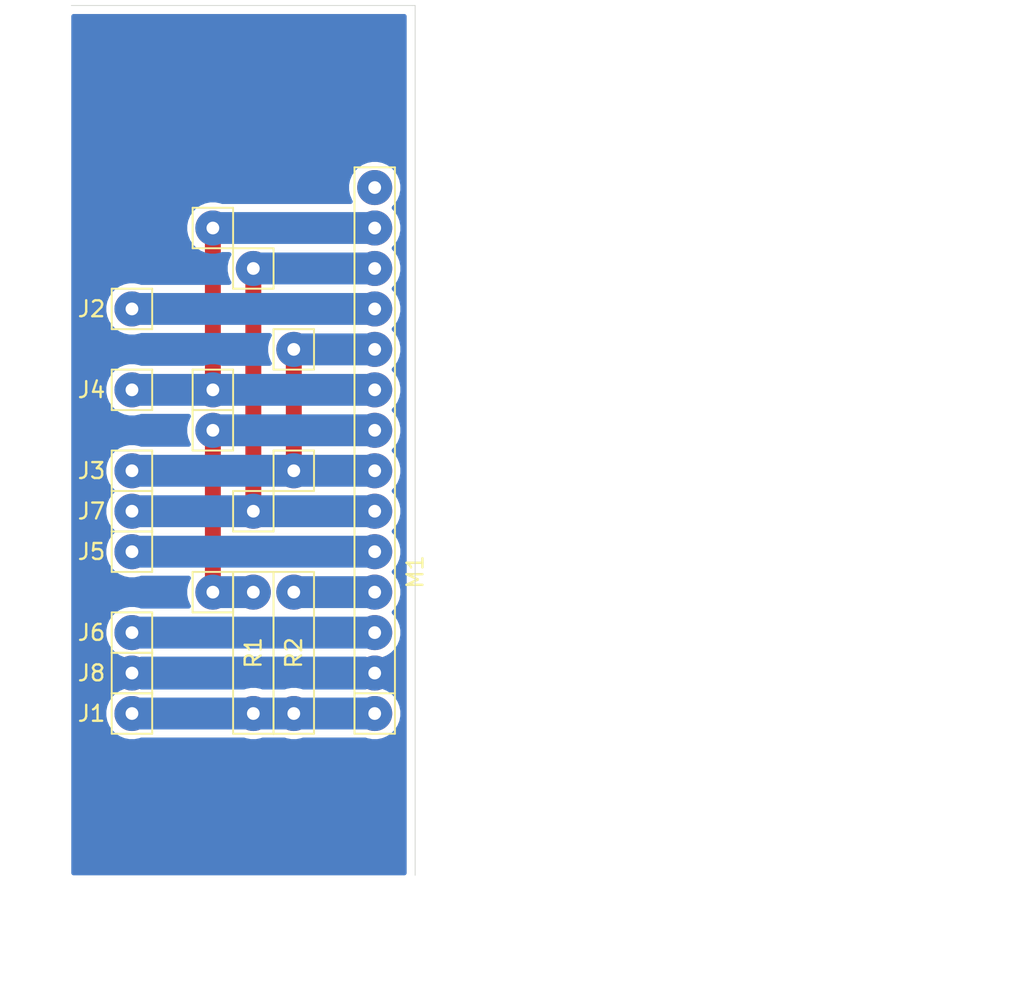
<source format=kicad_pcb>
(kicad_pcb (version 20171130) (host pcbnew "(5.1.6)-1")

  (general
    (thickness 1.6)
    (drawings 13)
    (tracks 17)
    (zones 0)
    (modules 19)
    (nets 12)
  )

  (page A4)
  (layers
    (0 F.Cu signal)
    (31 B.Cu signal)
    (32 B.Adhes user)
    (33 F.Adhes user)
    (34 B.Paste user)
    (35 F.Paste user)
    (36 B.SilkS user)
    (37 F.SilkS user)
    (38 B.Mask user)
    (39 F.Mask user)
    (40 Dwgs.User user)
    (41 Cmts.User user)
    (42 Eco1.User user)
    (43 Eco2.User user)
    (44 Edge.Cuts user)
    (45 Margin user)
    (46 B.CrtYd user)
    (47 F.CrtYd user)
    (48 B.Fab user)
    (49 F.Fab user)
  )

  (setup
    (last_trace_width 1)
    (user_trace_width 1)
    (user_trace_width 2)
    (trace_clearance 0.2)
    (zone_clearance 0.508)
    (zone_45_only no)
    (trace_min 0.2)
    (via_size 0.8)
    (via_drill 0.4)
    (via_min_size 0.4)
    (via_min_drill 0.3)
    (uvia_size 0.3)
    (uvia_drill 0.1)
    (uvias_allowed no)
    (uvia_min_size 0.2)
    (uvia_min_drill 0.1)
    (edge_width 0.05)
    (segment_width 0.2)
    (pcb_text_width 0.3)
    (pcb_text_size 1.5 1.5)
    (mod_edge_width 0.12)
    (mod_text_size 1 1)
    (mod_text_width 0.15)
    (pad_size 1.524 1.524)
    (pad_drill 0.762)
    (pad_to_mask_clearance 0.05)
    (aux_axis_origin 0 0)
    (visible_elements FFFFFF7F)
    (pcbplotparams
      (layerselection 0x01040_fffffffe)
      (usegerberextensions false)
      (usegerberattributes true)
      (usegerberadvancedattributes true)
      (creategerberjobfile true)
      (excludeedgelayer true)
      (linewidth 0.100000)
      (plotframeref false)
      (viasonmask false)
      (mode 1)
      (useauxorigin false)
      (hpglpennumber 1)
      (hpglpenspeed 20)
      (hpglpendiameter 15.000000)
      (psnegative false)
      (psa4output false)
      (plotreference true)
      (plotvalue true)
      (plotinvisibletext false)
      (padsonsilk false)
      (subtractmaskfromsilk false)
      (outputformat 1)
      (mirror false)
      (drillshape 0)
      (scaleselection 1)
      (outputdirectory "plot/"))
  )

  (net 0 "")
  (net 1 "Net-(J1-Pad1)")
  (net 2 "Net-(M1-Pad4)")
  (net 3 "Net-(M1-Pad8)")
  (net 4 "Net-(M1-Pad14)")
  (net 5 "Net-(J2-Pad1)")
  (net 6 "Net-(J3-Pad1)")
  (net 7 "Net-(J4-Pad1)")
  (net 8 "Net-(J5-Pad1)")
  (net 9 "Net-(J6-Pad1)")
  (net 10 "Net-(J7-Pad1)")
  (net 11 "Net-(J8-Pad1)")

  (net_class Default "This is the default net class."
    (clearance 0.2)
    (trace_width 0.25)
    (via_dia 0.8)
    (via_drill 0.4)
    (uvia_dia 0.3)
    (uvia_drill 0.1)
    (add_net "Net-(J1-Pad1)")
    (add_net "Net-(J2-Pad1)")
    (add_net "Net-(J3-Pad1)")
    (add_net "Net-(J4-Pad1)")
    (add_net "Net-(J5-Pad1)")
    (add_net "Net-(J6-Pad1)")
    (add_net "Net-(J7-Pad1)")
    (add_net "Net-(J8-Pad1)")
    (add_net "Net-(M1-Pad14)")
    (add_net "Net-(M1-Pad4)")
    (add_net "Net-(M1-Pad8)")
  )

  (module cnc3018-PCB:myResistor (layer F.Cu) (tedit 612D2591) (tstamp 61477EA8)
    (at 11.43 -10.16 90)
    (path /6149A29E)
    (fp_text reference R1 (at 3.81 0 90) (layer F.SilkS)
      (effects (font (size 1 1) (thickness 0.15)))
    )
    (fp_text value 100 (at 3.81 -2.54 90) (layer F.Fab)
      (effects (font (size 1 1) (thickness 0.15)))
    )
    (fp_line (start -1.27 1.27) (end 8.89 1.27) (layer F.SilkS) (width 0.12))
    (fp_line (start -1.27 -1.27) (end -1.27 1.27) (layer F.SilkS) (width 0.12))
    (fp_line (start 8.89 -1.27) (end -1.27 -1.27) (layer F.SilkS) (width 0.12))
    (fp_line (start 8.89 -1.27) (end 8.89 1.27) (layer F.SilkS) (width 0.12))
    (pad 2 thru_hole circle (at 7.62 0 90) (size 2.2 2.2) (drill 0.8) (layers *.Cu *.Mask)
      (net 3 "Net-(M1-Pad8)"))
    (pad 1 thru_hole circle (at 0 0 90) (size 2.2 2.2) (drill 0.8) (layers *.Cu *.Mask)
      (net 1 "Net-(J1-Pad1)"))
  )

  (module cnc3018-PCB:myResistor (layer F.Cu) (tedit 612D2591) (tstamp 61477EB2)
    (at 13.97 -10.16 90)
    (path /6148DFD0)
    (fp_text reference R2 (at 3.81 0 90) (layer F.SilkS)
      (effects (font (size 1 1) (thickness 0.15)))
    )
    (fp_text value 10K (at 3.81 -2.54 90) (layer F.Fab)
      (effects (font (size 1 1) (thickness 0.15)))
    )
    (fp_line (start 8.89 -1.27) (end 8.89 1.27) (layer F.SilkS) (width 0.12))
    (fp_line (start 8.89 -1.27) (end -1.27 -1.27) (layer F.SilkS) (width 0.12))
    (fp_line (start -1.27 -1.27) (end -1.27 1.27) (layer F.SilkS) (width 0.12))
    (fp_line (start -1.27 1.27) (end 8.89 1.27) (layer F.SilkS) (width 0.12))
    (pad 1 thru_hole circle (at 0 0 90) (size 2.2 2.2) (drill 0.8) (layers *.Cu *.Mask)
      (net 1 "Net-(J1-Pad1)"))
    (pad 2 thru_hole circle (at 7.62 0 90) (size 2.2 2.2) (drill 0.8) (layers *.Cu *.Mask)
      (net 2 "Net-(M1-Pad4)"))
  )

  (module cnc3018-PCB:my14Pin (layer F.Cu) (tedit 61477D63) (tstamp 6147803F)
    (at 19.05 -17.78 90)
    (path /6147A123)
    (fp_text reference M1 (at 1.27 2.54 90) (layer F.SilkS)
      (effects (font (size 1 1) (thickness 0.15)))
    )
    (fp_text value TFT_ILI9341 (at -12.7 0 180) (layer F.Fab)
      (effects (font (size 1 1) (thickness 0.15)))
    )
    (fp_line (start 26.67 1.27) (end 11.43 1.27) (layer F.SilkS) (width 0.12))
    (fp_line (start 26.67 -1.27) (end 26.67 1.27) (layer F.SilkS) (width 0.12))
    (fp_line (start 11.43 -1.27) (end 26.67 -1.27) (layer F.SilkS) (width 0.12))
    (fp_line (start -6.35 -1.27) (end -6.35 1.27) (layer F.SilkS) (width 0.12))
    (fp_line (start -8.89 -1.27) (end -6.35 -1.27) (layer F.SilkS) (width 0.12))
    (fp_line (start 3.81 -1.27) (end -8.89 -1.27) (layer F.SilkS) (width 0.12))
    (fp_line (start -8.89 1.27) (end 3.81 1.27) (layer F.SilkS) (width 0.12))
    (fp_line (start -8.89 -1.27) (end -8.89 1.27) (layer F.SilkS) (width 0.12))
    (fp_line (start 3.81 -1.27) (end 11.43 -1.27) (layer F.SilkS) (width 0.12))
    (fp_line (start 11.43 1.27) (end 3.81 1.27) (layer F.SilkS) (width 0.12))
    (pad 1 thru_hole circle (at -7.62 0 90) (size 2.2 2.2) (drill 0.8) (layers *.Cu *.Mask)
      (net 1 "Net-(J1-Pad1)"))
    (pad 2 thru_hole circle (at -5.08 0 90) (size 2.2 2.2) (drill 0.8) (layers *.Cu *.Mask)
      (net 11 "Net-(J8-Pad1)"))
    (pad 3 thru_hole circle (at -2.54 0 90) (size 2.2 2.2) (drill 0.8) (layers *.Cu *.Mask)
      (net 9 "Net-(J6-Pad1)"))
    (pad 4 thru_hole circle (at 0 0 90) (size 2.2 2.2) (drill 0.8) (layers *.Cu *.Mask)
      (net 2 "Net-(M1-Pad4)"))
    (pad 5 thru_hole circle (at 2.54 0 90) (size 2.2 2.2) (drill 0.8) (layers *.Cu *.Mask)
      (net 8 "Net-(J5-Pad1)"))
    (pad 6 thru_hole circle (at 5.08 0 90) (size 2.2 2.2) (drill 0.8) (layers *.Cu *.Mask)
      (net 10 "Net-(J7-Pad1)"))
    (pad 7 thru_hole circle (at 7.62 0 90) (size 2.2 2.2) (drill 0.8) (layers *.Cu *.Mask)
      (net 6 "Net-(J3-Pad1)"))
    (pad 8 thru_hole circle (at 10.16 0 90) (size 2.2 2.2) (drill 0.8) (layers *.Cu *.Mask)
      (net 3 "Net-(M1-Pad8)"))
    (pad 9 thru_hole circle (at 12.7 0 90) (size 2.2 2.2) (drill 0.8) (layers *.Cu *.Mask)
      (net 7 "Net-(J4-Pad1)"))
    (pad 10 thru_hole circle (at 15.24 0 90) (size 2.2 2.2) (drill 0.8) (layers *.Cu *.Mask)
      (net 6 "Net-(J3-Pad1)"))
    (pad 11 thru_hole circle (at 17.78 0 90) (size 2.2 2.2) (drill 0.8) (layers *.Cu *.Mask)
      (net 5 "Net-(J2-Pad1)"))
    (pad 12 thru_hole circle (at 20.32 0 90) (size 2.2 2.2) (drill 0.8) (layers *.Cu *.Mask)
      (net 10 "Net-(J7-Pad1)"))
    (pad 13 thru_hole circle (at 22.86 0 90) (size 2.2 2.2) (drill 0.8) (layers *.Cu *.Mask)
      (net 7 "Net-(J4-Pad1)"))
    (pad 14 thru_hole circle (at 25.4 0 90) (size 2.2 2.2) (drill 0.8) (layers *.Cu *.Mask)
      (net 4 "Net-(M1-Pad14)"))
  )

  (module cnc3018-PCB:my1pin (layer F.Cu) (tedit 612C312C) (tstamp 61478490)
    (at 3.81 -10.16 180)
    (path /6147C8F0)
    (fp_text reference J1 (at 2.54 0) (layer F.SilkS)
      (effects (font (size 1 1) (thickness 0.15)))
    )
    (fp_text value 5V (at 6.35 0) (layer F.Fab)
      (effects (font (size 1 1) (thickness 0.15)))
    )
    (fp_line (start 1.27 1.27) (end 1.27 -1.27) (layer F.SilkS) (width 0.12))
    (fp_line (start -1.27 1.27) (end 1.27 1.27) (layer F.SilkS) (width 0.12))
    (fp_line (start -1.27 -1.27) (end -1.27 1.27) (layer F.SilkS) (width 0.12))
    (fp_line (start -1.27 -1.27) (end 1.27 -1.27) (layer F.SilkS) (width 0.12))
    (pad 1 thru_hole circle (at 0 0 180) (size 2.2 2.2) (drill 0.8) (layers *.Cu *.Mask)
      (net 1 "Net-(J1-Pad1)"))
  )

  (module cnc3018-PCB:my1pin (layer F.Cu) (tedit 612C312C) (tstamp 61478499)
    (at 3.81 -35.56 180)
    (path /6147DA28)
    (fp_text reference J2 (at 2.54 0) (layer F.SilkS)
      (effects (font (size 1 1) (thickness 0.15)))
    )
    (fp_text value T_CS (at 6.35 0) (layer F.Fab)
      (effects (font (size 1 1) (thickness 0.15)))
    )
    (fp_line (start -1.27 -1.27) (end 1.27 -1.27) (layer F.SilkS) (width 0.12))
    (fp_line (start -1.27 -1.27) (end -1.27 1.27) (layer F.SilkS) (width 0.12))
    (fp_line (start -1.27 1.27) (end 1.27 1.27) (layer F.SilkS) (width 0.12))
    (fp_line (start 1.27 1.27) (end 1.27 -1.27) (layer F.SilkS) (width 0.12))
    (pad 1 thru_hole circle (at 0 0 180) (size 2.2 2.2) (drill 0.8) (layers *.Cu *.Mask)
      (net 5 "Net-(J2-Pad1)"))
  )

  (module cnc3018-PCB:my1pin (layer F.Cu) (tedit 612C312C) (tstamp 614784A2)
    (at 3.81 -25.4 180)
    (path /6147E475)
    (fp_text reference J3 (at 2.54 0) (layer F.SilkS)
      (effects (font (size 1 1) (thickness 0.15)))
    )
    (fp_text value CLK (at 6.35 0) (layer F.Fab)
      (effects (font (size 1 1) (thickness 0.15)))
    )
    (fp_line (start 1.27 1.27) (end 1.27 -1.27) (layer F.SilkS) (width 0.12))
    (fp_line (start -1.27 1.27) (end 1.27 1.27) (layer F.SilkS) (width 0.12))
    (fp_line (start -1.27 -1.27) (end -1.27 1.27) (layer F.SilkS) (width 0.12))
    (fp_line (start -1.27 -1.27) (end 1.27 -1.27) (layer F.SilkS) (width 0.12))
    (pad 1 thru_hole circle (at 0 0 180) (size 2.2 2.2) (drill 0.8) (layers *.Cu *.Mask)
      (net 6 "Net-(J3-Pad1)"))
  )

  (module cnc3018-PCB:my1pin (layer F.Cu) (tedit 612C312C) (tstamp 614784AB)
    (at 3.81 -30.48 180)
    (path /6147F1E3)
    (fp_text reference J4 (at 2.54 0) (layer F.SilkS)
      (effects (font (size 1 1) (thickness 0.15)))
    )
    (fp_text value MISO (at 6.35 0) (layer F.Fab)
      (effects (font (size 1 1) (thickness 0.15)))
    )
    (fp_line (start -1.27 -1.27) (end 1.27 -1.27) (layer F.SilkS) (width 0.12))
    (fp_line (start -1.27 -1.27) (end -1.27 1.27) (layer F.SilkS) (width 0.12))
    (fp_line (start -1.27 1.27) (end 1.27 1.27) (layer F.SilkS) (width 0.12))
    (fp_line (start 1.27 1.27) (end 1.27 -1.27) (layer F.SilkS) (width 0.12))
    (pad 1 thru_hole circle (at 0 0 180) (size 2.2 2.2) (drill 0.8) (layers *.Cu *.Mask)
      (net 7 "Net-(J4-Pad1)"))
  )

  (module cnc3018-PCB:my1pin (layer F.Cu) (tedit 612C312C) (tstamp 614784B4)
    (at 3.81 -20.32 180)
    (path /6147FDC6)
    (fp_text reference J5 (at 2.54 0) (layer F.SilkS)
      (effects (font (size 1 1) (thickness 0.15)))
    )
    (fp_text value DC (at 6.35 0) (layer F.Fab)
      (effects (font (size 1 1) (thickness 0.15)))
    )
    (fp_line (start 1.27 1.27) (end 1.27 -1.27) (layer F.SilkS) (width 0.12))
    (fp_line (start -1.27 1.27) (end 1.27 1.27) (layer F.SilkS) (width 0.12))
    (fp_line (start -1.27 -1.27) (end -1.27 1.27) (layer F.SilkS) (width 0.12))
    (fp_line (start -1.27 -1.27) (end 1.27 -1.27) (layer F.SilkS) (width 0.12))
    (pad 1 thru_hole circle (at 0 0 180) (size 2.2 2.2) (drill 0.8) (layers *.Cu *.Mask)
      (net 8 "Net-(J5-Pad1)"))
  )

  (module cnc3018-PCB:my1pin (layer F.Cu) (tedit 612C312C) (tstamp 614784BD)
    (at 3.81 -15.24 180)
    (path /61480747)
    (fp_text reference J6 (at 2.54 0) (layer F.SilkS)
      (effects (font (size 1 1) (thickness 0.15)))
    )
    (fp_text value CS (at 6.35 0) (layer F.Fab)
      (effects (font (size 1 1) (thickness 0.15)))
    )
    (fp_line (start -1.27 -1.27) (end 1.27 -1.27) (layer F.SilkS) (width 0.12))
    (fp_line (start -1.27 -1.27) (end -1.27 1.27) (layer F.SilkS) (width 0.12))
    (fp_line (start -1.27 1.27) (end 1.27 1.27) (layer F.SilkS) (width 0.12))
    (fp_line (start 1.27 1.27) (end 1.27 -1.27) (layer F.SilkS) (width 0.12))
    (pad 1 thru_hole circle (at 0 0 180) (size 2.2 2.2) (drill 0.8) (layers *.Cu *.Mask)
      (net 9 "Net-(J6-Pad1)"))
  )

  (module cnc3018-PCB:my1pin (layer F.Cu) (tedit 612C312C) (tstamp 614784C6)
    (at 3.81 -22.86 180)
    (path /6148260B)
    (fp_text reference J7 (at 2.54 0) (layer F.SilkS)
      (effects (font (size 1 1) (thickness 0.15)))
    )
    (fp_text value MOSI (at 6.35 0) (layer F.Fab)
      (effects (font (size 1 1) (thickness 0.15)))
    )
    (fp_line (start 1.27 1.27) (end 1.27 -1.27) (layer F.SilkS) (width 0.12))
    (fp_line (start -1.27 1.27) (end 1.27 1.27) (layer F.SilkS) (width 0.12))
    (fp_line (start -1.27 -1.27) (end -1.27 1.27) (layer F.SilkS) (width 0.12))
    (fp_line (start -1.27 -1.27) (end 1.27 -1.27) (layer F.SilkS) (width 0.12))
    (pad 1 thru_hole circle (at 0 0 180) (size 2.2 2.2) (drill 0.8) (layers *.Cu *.Mask)
      (net 10 "Net-(J7-Pad1)"))
  )

  (module cnc3018-PCB:my1pin (layer F.Cu) (tedit 612C312C) (tstamp 614784CF)
    (at 3.81 -12.7 180)
    (path /6148308A)
    (fp_text reference J8 (at 2.54 0) (layer F.SilkS)
      (effects (font (size 1 1) (thickness 0.15)))
    )
    (fp_text value GND (at 6.35 0) (layer F.Fab)
      (effects (font (size 1 1) (thickness 0.15)))
    )
    (fp_line (start -1.27 -1.27) (end 1.27 -1.27) (layer F.SilkS) (width 0.12))
    (fp_line (start -1.27 -1.27) (end -1.27 1.27) (layer F.SilkS) (width 0.12))
    (fp_line (start -1.27 1.27) (end 1.27 1.27) (layer F.SilkS) (width 0.12))
    (fp_line (start 1.27 1.27) (end 1.27 -1.27) (layer F.SilkS) (width 0.12))
    (pad 1 thru_hole circle (at 0 0 180) (size 2.2 2.2) (drill 0.8) (layers *.Cu *.Mask)
      (net 11 "Net-(J8-Pad1)"))
  )

  (module cnc3018-PCB:my1pin (layer F.Cu) (tedit 612C312C) (tstamp 6147896A)
    (at 8.89 -27.94)
    (path /614948AC)
    (fp_text reference V1 (at 0 2.54) (layer F.SilkS) hide
      (effects (font (size 1 1) (thickness 0.15)))
    )
    (fp_text value Conn_01x01 (at 0 -2.54) (layer F.Fab) hide
      (effects (font (size 1 1) (thickness 0.15)))
    )
    (fp_line (start -1.27 -1.27) (end 1.27 -1.27) (layer F.SilkS) (width 0.12))
    (fp_line (start -1.27 -1.27) (end -1.27 1.27) (layer F.SilkS) (width 0.12))
    (fp_line (start -1.27 1.27) (end 1.27 1.27) (layer F.SilkS) (width 0.12))
    (fp_line (start 1.27 1.27) (end 1.27 -1.27) (layer F.SilkS) (width 0.12))
    (pad 1 thru_hole circle (at 0 0) (size 2.2 2.2) (drill 0.8) (layers *.Cu *.Mask)
      (net 3 "Net-(M1-Pad8)"))
  )

  (module cnc3018-PCB:my1pin (layer F.Cu) (tedit 612C312C) (tstamp 61478973)
    (at 8.89 -17.78)
    (path /614953E0)
    (fp_text reference V2 (at 0 2.54) (layer F.SilkS) hide
      (effects (font (size 1 1) (thickness 0.15)))
    )
    (fp_text value Conn_01x01 (at 0 -2.54) (layer F.Fab) hide
      (effects (font (size 1 1) (thickness 0.15)))
    )
    (fp_line (start 1.27 1.27) (end 1.27 -1.27) (layer F.SilkS) (width 0.12))
    (fp_line (start -1.27 1.27) (end 1.27 1.27) (layer F.SilkS) (width 0.12))
    (fp_line (start -1.27 -1.27) (end -1.27 1.27) (layer F.SilkS) (width 0.12))
    (fp_line (start -1.27 -1.27) (end 1.27 -1.27) (layer F.SilkS) (width 0.12))
    (pad 1 thru_hole circle (at 0 0) (size 2.2 2.2) (drill 0.8) (layers *.Cu *.Mask)
      (net 3 "Net-(M1-Pad8)"))
  )

  (module cnc3018-PCB:my1pin (layer F.Cu) (tedit 612C312C) (tstamp 6147897C)
    (at 13.97 -33.02)
    (path /6149312E)
    (fp_text reference V3 (at 0 2.54) (layer F.SilkS) hide
      (effects (font (size 1 1) (thickness 0.15)))
    )
    (fp_text value Conn_01x01 (at 0 -2.54) (layer F.Fab) hide
      (effects (font (size 1 1) (thickness 0.15)))
    )
    (fp_line (start -1.27 -1.27) (end 1.27 -1.27) (layer F.SilkS) (width 0.12))
    (fp_line (start -1.27 -1.27) (end -1.27 1.27) (layer F.SilkS) (width 0.12))
    (fp_line (start -1.27 1.27) (end 1.27 1.27) (layer F.SilkS) (width 0.12))
    (fp_line (start 1.27 1.27) (end 1.27 -1.27) (layer F.SilkS) (width 0.12))
    (pad 1 thru_hole circle (at 0 0) (size 2.2 2.2) (drill 0.8) (layers *.Cu *.Mask)
      (net 6 "Net-(J3-Pad1)"))
  )

  (module cnc3018-PCB:my1pin (layer F.Cu) (tedit 612C312C) (tstamp 61478985)
    (at 13.97 -25.4)
    (path /61493B84)
    (fp_text reference V5 (at 0 2.54) (layer F.SilkS) hide
      (effects (font (size 1 1) (thickness 0.15)))
    )
    (fp_text value Conn_01x01 (at 0 -2.54) (layer F.Fab) hide
      (effects (font (size 1 1) (thickness 0.15)))
    )
    (fp_line (start 1.27 1.27) (end 1.27 -1.27) (layer F.SilkS) (width 0.12))
    (fp_line (start -1.27 1.27) (end 1.27 1.27) (layer F.SilkS) (width 0.12))
    (fp_line (start -1.27 -1.27) (end -1.27 1.27) (layer F.SilkS) (width 0.12))
    (fp_line (start -1.27 -1.27) (end 1.27 -1.27) (layer F.SilkS) (width 0.12))
    (pad 1 thru_hole circle (at 0 0) (size 2.2 2.2) (drill 0.8) (layers *.Cu *.Mask)
      (net 6 "Net-(J3-Pad1)"))
  )

  (module cnc3018-PCB:my1pin (layer F.Cu) (tedit 612C312C) (tstamp 6147898E)
    (at 8.89 -30.48)
    (path /61491E38)
    (fp_text reference V6 (at 0 2.54) (layer F.SilkS) hide
      (effects (font (size 1 1) (thickness 0.15)))
    )
    (fp_text value Conn_01x01 (at 0 -2.54) (layer F.Fab) hide
      (effects (font (size 1 1) (thickness 0.15)))
    )
    (fp_line (start -1.27 -1.27) (end 1.27 -1.27) (layer F.SilkS) (width 0.12))
    (fp_line (start -1.27 -1.27) (end -1.27 1.27) (layer F.SilkS) (width 0.12))
    (fp_line (start -1.27 1.27) (end 1.27 1.27) (layer F.SilkS) (width 0.12))
    (fp_line (start 1.27 1.27) (end 1.27 -1.27) (layer F.SilkS) (width 0.12))
    (pad 1 thru_hole circle (at 0 0) (size 2.2 2.2) (drill 0.8) (layers *.Cu *.Mask)
      (net 7 "Net-(J4-Pad1)"))
  )

  (module cnc3018-PCB:my1pin (layer F.Cu) (tedit 612C312C) (tstamp 61478997)
    (at 11.43 -22.86)
    (path /614909A3)
    (fp_text reference V7 (at 0 2.54) (layer F.SilkS) hide
      (effects (font (size 1 1) (thickness 0.15)))
    )
    (fp_text value Conn_01x01 (at 0 -2.54) (layer F.Fab) hide
      (effects (font (size 1 1) (thickness 0.15)))
    )
    (fp_line (start -1.27 -1.27) (end 1.27 -1.27) (layer F.SilkS) (width 0.12))
    (fp_line (start -1.27 -1.27) (end -1.27 1.27) (layer F.SilkS) (width 0.12))
    (fp_line (start -1.27 1.27) (end 1.27 1.27) (layer F.SilkS) (width 0.12))
    (fp_line (start 1.27 1.27) (end 1.27 -1.27) (layer F.SilkS) (width 0.12))
    (pad 1 thru_hole circle (at 0 0) (size 2.2 2.2) (drill 0.8) (layers *.Cu *.Mask)
      (net 10 "Net-(J7-Pad1)"))
  )

  (module cnc3018-PCB:my1pin (layer F.Cu) (tedit 612C312C) (tstamp 614789A0)
    (at 8.89 -40.64)
    (path /61492738)
    (fp_text reference V8 (at 0 2.54) (layer F.SilkS) hide
      (effects (font (size 1 1) (thickness 0.15)))
    )
    (fp_text value Conn_01x01 (at 0 -2.54) (layer F.Fab) hide
      (effects (font (size 1 1) (thickness 0.15)))
    )
    (fp_line (start 1.27 1.27) (end 1.27 -1.27) (layer F.SilkS) (width 0.12))
    (fp_line (start -1.27 1.27) (end 1.27 1.27) (layer F.SilkS) (width 0.12))
    (fp_line (start -1.27 -1.27) (end -1.27 1.27) (layer F.SilkS) (width 0.12))
    (fp_line (start -1.27 -1.27) (end 1.27 -1.27) (layer F.SilkS) (width 0.12))
    (pad 1 thru_hole circle (at 0 0) (size 2.2 2.2) (drill 0.8) (layers *.Cu *.Mask)
      (net 7 "Net-(J4-Pad1)"))
  )

  (module cnc3018-PCB:my1pin (layer F.Cu) (tedit 612C312C) (tstamp 614789A9)
    (at 11.43 -38.1)
    (path /614913A4)
    (fp_text reference V9 (at 0 2.54) (layer F.SilkS) hide
      (effects (font (size 1 1) (thickness 0.15)))
    )
    (fp_text value Conn_01x01 (at 0 -2.54) (layer F.Fab) hide
      (effects (font (size 1 1) (thickness 0.15)))
    )
    (fp_line (start 1.27 1.27) (end 1.27 -1.27) (layer F.SilkS) (width 0.12))
    (fp_line (start -1.27 1.27) (end 1.27 1.27) (layer F.SilkS) (width 0.12))
    (fp_line (start -1.27 -1.27) (end -1.27 1.27) (layer F.SilkS) (width 0.12))
    (fp_line (start -1.27 -1.27) (end 1.27 -1.27) (layer F.SilkS) (width 0.12))
    (pad 1 thru_hole circle (at 0 0) (size 2.2 2.2) (drill 0.8) (layers *.Cu *.Mask)
      (net 10 "Net-(J7-Pad1)"))
  )

  (dimension 21.59 (width 0.15) (layer Dwgs.User)
    (gr_text "21.590 mm" (at 10.795 3.84) (layer Dwgs.User)
      (effects (font (size 1 1) (thickness 0.15)))
    )
    (feature1 (pts (xy 21.59 0) (xy 21.59 3.126421)))
    (feature2 (pts (xy 0 0) (xy 0 3.126421)))
    (crossbar (pts (xy 0 2.54) (xy 21.59 2.54)))
    (arrow1a (pts (xy 21.59 2.54) (xy 20.463496 3.126421)))
    (arrow1b (pts (xy 21.59 2.54) (xy 20.463496 1.953579)))
    (arrow2a (pts (xy 0 2.54) (xy 1.126504 3.126421)))
    (arrow2b (pts (xy 0 2.54) (xy 1.126504 1.953579)))
  )
  (gr_text "52.5mm\n" (at 13 -52.5) (layer Dwgs.User)
    (effects (font (size 1 1) (thickness 0.15)))
  )
  (gr_text "2.5mm\n" (at 13 -2.5) (layer Dwgs.User)
    (effects (font (size 1 1) (thickness 0.15)))
  )
  (dimension 50 (width 0.15) (layer Dwgs.User)
    (gr_text "50.000 mm" (at 35.6 -27.5 90) (layer Dwgs.User)
      (effects (font (size 1 1) (thickness 0.15)))
    )
    (feature1 (pts (xy 18.45 -52.5) (xy 34.886421 -52.5)))
    (feature2 (pts (xy 18.45 -2.5) (xy 34.886421 -2.5)))
    (crossbar (pts (xy 34.3 -2.5) (xy 34.3 -52.5)))
    (arrow1a (pts (xy 34.3 -52.5) (xy 34.886421 -51.373496)))
    (arrow1b (pts (xy 34.3 -52.5) (xy 33.713579 -51.373496)))
    (arrow2a (pts (xy 34.3 -2.5) (xy 34.886421 -3.626504)))
    (arrow2b (pts (xy 34.3 -2.5) (xy 33.713579 -3.626504)))
  )
  (dimension 18.400133 (width 0.15) (layer Dwgs.User)
    (gr_text "18.400 mm" (at 9.208918 7.883711 -0.2179720227) (layer Dwgs.User)
      (effects (font (size 1 1) (thickness 0.15)))
    )
    (feature1 (pts (xy 0.05 -2.95) (xy 0.011633 7.135137)))
    (feature2 (pts (xy 18.45 -2.88) (xy 18.411633 7.205137)))
    (crossbar (pts (xy 18.413864 6.61872) (xy 0.013864 6.54872)))
    (arrow1a (pts (xy 0.013864 6.54872) (xy 1.142591 5.966589)))
    (arrow1b (pts (xy 0.013864 6.54872) (xy 1.138129 7.139422)))
    (arrow2a (pts (xy 18.413864 6.61872) (xy 17.289599 6.028018)))
    (arrow2b (pts (xy 18.413864 6.61872) (xy 17.285137 7.200851)))
  )
  (gr_circle (center 18.45 -2.5) (end 19 -4.12) (layer Dwgs.User) (width 0.15))
  (gr_circle (center 18.45 -52.5) (end 18.5 -54.12) (layer Dwgs.User) (width 0.15))
  (gr_line (start 21.59 -54.61) (end 0 -54.61) (layer Edge.Cuts) (width 0.05))
  (gr_line (start 21.59 0) (end 21.59 -54.61) (layer Edge.Cuts) (width 0.05))
  (dimension 3 (width 0.15) (layer Dwgs.User)
    (gr_text "3.000 mm" (at 19.95 -53.18) (layer Dwgs.User)
      (effects (font (size 1 1) (thickness 0.15)))
    )
    (feature1 (pts (xy 18.45 -51.88) (xy 18.45 -52.466421)))
    (feature2 (pts (xy 21.45 -51.88) (xy 21.45 -52.466421)))
    (crossbar (pts (xy 21.45 -51.88) (xy 18.45 -51.88)))
    (arrow1a (pts (xy 18.45 -51.88) (xy 19.576504 -52.466421)))
    (arrow1b (pts (xy 18.45 -51.88) (xy 19.576504 -51.293579)))
    (arrow2a (pts (xy 21.45 -51.88) (xy 20.323496 -52.466421)))
    (arrow2b (pts (xy 21.45 -51.88) (xy 20.323496 -51.293579)))
  )
  (dimension 3 (width 0.15) (layer Dwgs.User)
    (gr_text "3.000 mm" (at 20.15 -53.38 270) (layer Dwgs.User)
      (effects (font (size 1 1) (thickness 0.15)))
    )
    (feature1 (pts (xy 21.45 -51.88) (xy 20.863579 -51.88)))
    (feature2 (pts (xy 21.45 -54.88) (xy 20.863579 -54.88)))
    (crossbar (pts (xy 21.45 -54.88) (xy 21.45 -51.88)))
    (arrow1a (pts (xy 21.45 -51.88) (xy 20.863579 -53.006504)))
    (arrow1b (pts (xy 21.45 -51.88) (xy 22.036421 -53.006504)))
    (arrow2a (pts (xy 21.45 -54.88) (xy 20.863579 -53.753496)))
    (arrow2b (pts (xy 21.45 -54.88) (xy 22.036421 -53.753496)))
  )
  (dimension 55 (width 0.15) (layer Dwgs.User)
    (gr_text "55.000 mm" (at 47.75 -27.38 90) (layer Dwgs.User)
      (effects (font (size 1 1) (thickness 0.15)))
    )
    (feature1 (pts (xy 21.45 -54.88) (xy 47.036421 -54.88)))
    (feature2 (pts (xy 21.45 0.12) (xy 47.036421 0.12)))
    (crossbar (pts (xy 46.45 0.12) (xy 46.45 -54.88)))
    (arrow1a (pts (xy 46.45 -54.88) (xy 47.036421 -53.753496)))
    (arrow1b (pts (xy 46.45 -54.88) (xy 45.863579 -53.753496)))
    (arrow2a (pts (xy 46.45 0.12) (xy 47.036421 -1.006504)))
    (arrow2b (pts (xy 46.45 0.12) (xy 45.863579 -1.006504)))
  )
  (dimension 10.16 (width 0.15) (layer Dwgs.User)
    (gr_text "10.160 mm" (at 58.45 -5.08 270) (layer Dwgs.User)
      (effects (font (size 1 1) (thickness 0.15)))
    )
    (feature1 (pts (xy 19.05 0) (xy 57.736421 0)))
    (feature2 (pts (xy 19.05 -10.16) (xy 57.736421 -10.16)))
    (crossbar (pts (xy 57.15 -10.16) (xy 57.15 0)))
    (arrow1a (pts (xy 57.15 0) (xy 56.563579 -1.126504)))
    (arrow1b (pts (xy 57.15 0) (xy 57.736421 -1.126504)))
    (arrow2a (pts (xy 57.15 -10.16) (xy 56.563579 -9.033496)))
    (arrow2b (pts (xy 57.15 -10.16) (xy 57.736421 -9.033496)))
  )

  (segment (start 3.81 -10.16) (end 19.05 -10.16) (width 2) (layer B.Cu) (net 1))
  (segment (start 19.05 -17.78) (end 13.97 -17.78) (width 2) (layer B.Cu) (net 2))
  (segment (start 8.89 -27.94) (end 19.05 -27.94) (width 2) (layer B.Cu) (net 3))
  (segment (start 8.89 -17.78) (end 11.43 -17.78) (width 2) (layer B.Cu) (net 3))
  (segment (start 8.89 -27.94) (end 8.89 -17.78) (width 1) (layer F.Cu) (net 3))
  (segment (start 3.81 -35.56) (end 19.05 -35.56) (width 2) (layer B.Cu) (net 5))
  (segment (start 13.97 -33.02) (end 19.05 -33.02) (width 2) (layer B.Cu) (net 6))
  (segment (start 3.81 -25.4) (end 19.05 -25.4) (width 2) (layer B.Cu) (net 6))
  (segment (start 13.97 -33.02) (end 13.97 -25.4) (width 1) (layer F.Cu) (net 6))
  (segment (start 8.89 -40.64) (end 19.05 -40.64) (width 2) (layer B.Cu) (net 7))
  (segment (start 3.81 -30.48) (end 19.05 -30.48) (width 2) (layer B.Cu) (net 7))
  (segment (start 8.89 -40.64) (end 8.89 -30.48) (width 1) (layer F.Cu) (net 7))
  (segment (start 3.81 -20.32) (end 19.05 -20.32) (width 2) (layer B.Cu) (net 8))
  (segment (start 3.81 -15.24) (end 19.05 -15.24) (width 2) (layer B.Cu) (net 9))
  (segment (start 11.43 -38.1) (end 19.05 -38.1) (width 2) (layer B.Cu) (net 10))
  (segment (start 3.81 -22.86) (end 19.05 -22.86) (width 2) (layer B.Cu) (net 10))
  (segment (start 11.43 -38.1) (end 11.43 -22.86) (width 1) (layer F.Cu) (net 10))

  (zone (net 11) (net_name "Net-(J8-Pad1)") (layer B.Cu) (tstamp 61479726) (hatch edge 0.508)
    (connect_pads yes (clearance 0.508))
    (min_thickness 0.3)
    (fill yes (arc_segments 32) (thermal_gap 0.508) (thermal_bridge_width 0.508))
    (polygon
      (pts
        (xy 21.59 0) (xy 0 0) (xy 0 -54.61) (xy 21.59 -54.61)
      )
    )
    (filled_polygon
      (pts
        (xy 20.907 -0.15) (xy 0.15 -0.15) (xy 0.15 -10.333148) (xy 2.052 -10.333148) (xy 2.052 -9.986852)
        (xy 2.119559 -9.64721) (xy 2.252081 -9.327275) (xy 2.444472 -9.03934) (xy 2.68934 -8.794472) (xy 2.977275 -8.602081)
        (xy 3.29721 -8.469559) (xy 3.636852 -8.402) (xy 3.983148 -8.402) (xy 4.32279 -8.469559) (xy 4.401109 -8.502)
        (xy 10.838891 -8.502) (xy 10.91721 -8.469559) (xy 11.256852 -8.402) (xy 11.603148 -8.402) (xy 11.94279 -8.469559)
        (xy 12.021109 -8.502) (xy 13.378891 -8.502) (xy 13.45721 -8.469559) (xy 13.796852 -8.402) (xy 14.143148 -8.402)
        (xy 14.48279 -8.469559) (xy 14.561109 -8.502) (xy 18.458891 -8.502) (xy 18.53721 -8.469559) (xy 18.876852 -8.402)
        (xy 19.223148 -8.402) (xy 19.56279 -8.469559) (xy 19.882725 -8.602081) (xy 20.17066 -8.794472) (xy 20.415528 -9.03934)
        (xy 20.607919 -9.327275) (xy 20.740441 -9.64721) (xy 20.808 -9.986852) (xy 20.808 -10.333148) (xy 20.740441 -10.67279)
        (xy 20.607919 -10.992725) (xy 20.415528 -11.28066) (xy 20.17066 -11.525528) (xy 19.882725 -11.717919) (xy 19.56279 -11.850441)
        (xy 19.223148 -11.918) (xy 18.876852 -11.918) (xy 18.53721 -11.850441) (xy 18.458891 -11.818) (xy 14.561109 -11.818)
        (xy 14.48279 -11.850441) (xy 14.143148 -11.918) (xy 13.796852 -11.918) (xy 13.45721 -11.850441) (xy 13.378891 -11.818)
        (xy 12.021109 -11.818) (xy 11.94279 -11.850441) (xy 11.603148 -11.918) (xy 11.256852 -11.918) (xy 10.91721 -11.850441)
        (xy 10.838891 -11.818) (xy 4.401109 -11.818) (xy 4.32279 -11.850441) (xy 3.983148 -11.918) (xy 3.636852 -11.918)
        (xy 3.29721 -11.850441) (xy 2.977275 -11.717919) (xy 2.68934 -11.525528) (xy 2.444472 -11.28066) (xy 2.252081 -10.992725)
        (xy 2.119559 -10.67279) (xy 2.052 -10.333148) (xy 0.15 -10.333148) (xy 0.15 -35.733148) (xy 2.052 -35.733148)
        (xy 2.052 -35.386852) (xy 2.119559 -35.04721) (xy 2.252081 -34.727275) (xy 2.444472 -34.43934) (xy 2.68934 -34.194472)
        (xy 2.977275 -34.002081) (xy 3.29721 -33.869559) (xy 3.636852 -33.802) (xy 3.983148 -33.802) (xy 4.32279 -33.869559)
        (xy 4.401109 -33.902) (xy 12.445005 -33.902) (xy 12.412081 -33.852725) (xy 12.279559 -33.53279) (xy 12.212 -33.193148)
        (xy 12.212 -32.846852) (xy 12.279559 -32.50721) (xy 12.412081 -32.187275) (xy 12.445005 -32.138) (xy 9.481109 -32.138)
        (xy 9.40279 -32.170441) (xy 9.063148 -32.238) (xy 8.716852 -32.238) (xy 8.37721 -32.170441) (xy 8.298891 -32.138)
        (xy 4.401109 -32.138) (xy 4.32279 -32.170441) (xy 3.983148 -32.238) (xy 3.636852 -32.238) (xy 3.29721 -32.170441)
        (xy 2.977275 -32.037919) (xy 2.68934 -31.845528) (xy 2.444472 -31.60066) (xy 2.252081 -31.312725) (xy 2.119559 -30.99279)
        (xy 2.052 -30.653148) (xy 2.052 -30.306852) (xy 2.119559 -29.96721) (xy 2.252081 -29.647275) (xy 2.444472 -29.35934)
        (xy 2.68934 -29.114472) (xy 2.977275 -28.922081) (xy 3.29721 -28.789559) (xy 3.636852 -28.722) (xy 3.983148 -28.722)
        (xy 4.32279 -28.789559) (xy 4.401109 -28.822) (xy 7.365005 -28.822) (xy 7.332081 -28.772725) (xy 7.199559 -28.45279)
        (xy 7.132 -28.113148) (xy 7.132 -27.766852) (xy 7.199559 -27.42721) (xy 7.332081 -27.107275) (xy 7.365005 -27.058)
        (xy 4.401109 -27.058) (xy 4.32279 -27.090441) (xy 3.983148 -27.158) (xy 3.636852 -27.158) (xy 3.29721 -27.090441)
        (xy 2.977275 -26.957919) (xy 2.68934 -26.765528) (xy 2.444472 -26.52066) (xy 2.252081 -26.232725) (xy 2.119559 -25.91279)
        (xy 2.052 -25.573148) (xy 2.052 -25.226852) (xy 2.119559 -24.88721) (xy 2.252081 -24.567275) (xy 2.444472 -24.27934)
        (xy 2.593812 -24.13) (xy 2.444472 -23.98066) (xy 2.252081 -23.692725) (xy 2.119559 -23.37279) (xy 2.052 -23.033148)
        (xy 2.052 -22.686852) (xy 2.119559 -22.34721) (xy 2.252081 -22.027275) (xy 2.444472 -21.73934) (xy 2.593812 -21.59)
        (xy 2.444472 -21.44066) (xy 2.252081 -21.152725) (xy 2.119559 -20.83279) (xy 2.052 -20.493148) (xy 2.052 -20.146852)
        (xy 2.119559 -19.80721) (xy 2.252081 -19.487275) (xy 2.444472 -19.19934) (xy 2.68934 -18.954472) (xy 2.977275 -18.762081)
        (xy 3.29721 -18.629559) (xy 3.636852 -18.562) (xy 3.983148 -18.562) (xy 4.32279 -18.629559) (xy 4.401109 -18.662)
        (xy 7.365005 -18.662) (xy 7.332081 -18.612725) (xy 7.199559 -18.29279) (xy 7.132 -17.953148) (xy 7.132 -17.606852)
        (xy 7.199559 -17.26721) (xy 7.332081 -16.947275) (xy 7.365005 -16.898) (xy 4.401109 -16.898) (xy 4.32279 -16.930441)
        (xy 3.983148 -16.998) (xy 3.636852 -16.998) (xy 3.29721 -16.930441) (xy 2.977275 -16.797919) (xy 2.68934 -16.605528)
        (xy 2.444472 -16.36066) (xy 2.252081 -16.072725) (xy 2.119559 -15.75279) (xy 2.052 -15.413148) (xy 2.052 -15.066852)
        (xy 2.119559 -14.72721) (xy 2.252081 -14.407275) (xy 2.444472 -14.11934) (xy 2.68934 -13.874472) (xy 2.977275 -13.682081)
        (xy 3.29721 -13.549559) (xy 3.636852 -13.482) (xy 3.983148 -13.482) (xy 4.32279 -13.549559) (xy 4.401109 -13.582)
        (xy 18.458891 -13.582) (xy 18.53721 -13.549559) (xy 18.876852 -13.482) (xy 19.223148 -13.482) (xy 19.56279 -13.549559)
        (xy 19.882725 -13.682081) (xy 20.17066 -13.874472) (xy 20.415528 -14.11934) (xy 20.607919 -14.407275) (xy 20.740441 -14.72721)
        (xy 20.808 -15.066852) (xy 20.808 -15.413148) (xy 20.740441 -15.75279) (xy 20.607919 -16.072725) (xy 20.415528 -16.36066)
        (xy 20.266188 -16.51) (xy 20.415528 -16.65934) (xy 20.607919 -16.947275) (xy 20.740441 -17.26721) (xy 20.808 -17.606852)
        (xy 20.808 -17.953148) (xy 20.740441 -18.29279) (xy 20.607919 -18.612725) (xy 20.415528 -18.90066) (xy 20.266188 -19.05)
        (xy 20.415528 -19.19934) (xy 20.607919 -19.487275) (xy 20.740441 -19.80721) (xy 20.808 -20.146852) (xy 20.808 -20.493148)
        (xy 20.740441 -20.83279) (xy 20.607919 -21.152725) (xy 20.415528 -21.44066) (xy 20.266188 -21.59) (xy 20.415528 -21.73934)
        (xy 20.607919 -22.027275) (xy 20.740441 -22.34721) (xy 20.808 -22.686852) (xy 20.808 -23.033148) (xy 20.740441 -23.37279)
        (xy 20.607919 -23.692725) (xy 20.415528 -23.98066) (xy 20.266188 -24.13) (xy 20.415528 -24.27934) (xy 20.607919 -24.567275)
        (xy 20.740441 -24.88721) (xy 20.808 -25.226852) (xy 20.808 -25.573148) (xy 20.740441 -25.91279) (xy 20.607919 -26.232725)
        (xy 20.415528 -26.52066) (xy 20.266188 -26.67) (xy 20.415528 -26.81934) (xy 20.607919 -27.107275) (xy 20.740441 -27.42721)
        (xy 20.808 -27.766852) (xy 20.808 -28.113148) (xy 20.740441 -28.45279) (xy 20.607919 -28.772725) (xy 20.415528 -29.06066)
        (xy 20.266188 -29.21) (xy 20.415528 -29.35934) (xy 20.607919 -29.647275) (xy 20.740441 -29.96721) (xy 20.808 -30.306852)
        (xy 20.808 -30.653148) (xy 20.740441 -30.99279) (xy 20.607919 -31.312725) (xy 20.415528 -31.60066) (xy 20.266188 -31.75)
        (xy 20.415528 -31.89934) (xy 20.607919 -32.187275) (xy 20.740441 -32.50721) (xy 20.808 -32.846852) (xy 20.808 -33.193148)
        (xy 20.740441 -33.53279) (xy 20.607919 -33.852725) (xy 20.415528 -34.14066) (xy 20.266188 -34.29) (xy 20.415528 -34.43934)
        (xy 20.607919 -34.727275) (xy 20.740441 -35.04721) (xy 20.808 -35.386852) (xy 20.808 -35.733148) (xy 20.740441 -36.07279)
        (xy 20.607919 -36.392725) (xy 20.415528 -36.68066) (xy 20.266188 -36.83) (xy 20.415528 -36.97934) (xy 20.607919 -37.267275)
        (xy 20.740441 -37.58721) (xy 20.808 -37.926852) (xy 20.808 -38.273148) (xy 20.740441 -38.61279) (xy 20.607919 -38.932725)
        (xy 20.415528 -39.22066) (xy 20.266188 -39.37) (xy 20.415528 -39.51934) (xy 20.607919 -39.807275) (xy 20.740441 -40.12721)
        (xy 20.808 -40.466852) (xy 20.808 -40.813148) (xy 20.740441 -41.15279) (xy 20.607919 -41.472725) (xy 20.415528 -41.76066)
        (xy 20.266188 -41.91) (xy 20.415528 -42.05934) (xy 20.607919 -42.347275) (xy 20.740441 -42.66721) (xy 20.808 -43.006852)
        (xy 20.808 -43.353148) (xy 20.740441 -43.69279) (xy 20.607919 -44.012725) (xy 20.415528 -44.30066) (xy 20.17066 -44.545528)
        (xy 19.882725 -44.737919) (xy 19.56279 -44.870441) (xy 19.223148 -44.938) (xy 18.876852 -44.938) (xy 18.53721 -44.870441)
        (xy 18.217275 -44.737919) (xy 17.92934 -44.545528) (xy 17.684472 -44.30066) (xy 17.492081 -44.012725) (xy 17.359559 -43.69279)
        (xy 17.292 -43.353148) (xy 17.292 -43.006852) (xy 17.359559 -42.66721) (xy 17.492081 -42.347275) (xy 17.525005 -42.298)
        (xy 9.481109 -42.298) (xy 9.40279 -42.330441) (xy 9.063148 -42.398) (xy 8.716852 -42.398) (xy 8.37721 -42.330441)
        (xy 8.057275 -42.197919) (xy 7.76934 -42.005528) (xy 7.524472 -41.76066) (xy 7.332081 -41.472725) (xy 7.199559 -41.15279)
        (xy 7.132 -40.813148) (xy 7.132 -40.466852) (xy 7.199559 -40.12721) (xy 7.332081 -39.807275) (xy 7.524472 -39.51934)
        (xy 7.76934 -39.274472) (xy 8.057275 -39.082081) (xy 8.37721 -38.949559) (xy 8.716852 -38.882) (xy 9.063148 -38.882)
        (xy 9.40279 -38.949559) (xy 9.481109 -38.982) (xy 9.905005 -38.982) (xy 9.872081 -38.932725) (xy 9.739559 -38.61279)
        (xy 9.672 -38.273148) (xy 9.672 -37.926852) (xy 9.739559 -37.58721) (xy 9.872081 -37.267275) (xy 9.905005 -37.218)
        (xy 4.401109 -37.218) (xy 4.32279 -37.250441) (xy 3.983148 -37.318) (xy 3.636852 -37.318) (xy 3.29721 -37.250441)
        (xy 2.977275 -37.117919) (xy 2.68934 -36.925528) (xy 2.444472 -36.68066) (xy 2.252081 -36.392725) (xy 2.119559 -36.07279)
        (xy 2.052 -35.733148) (xy 0.15 -35.733148) (xy 0.15 -53.927) (xy 20.907001 -53.927)
      )
    )
  )
)

</source>
